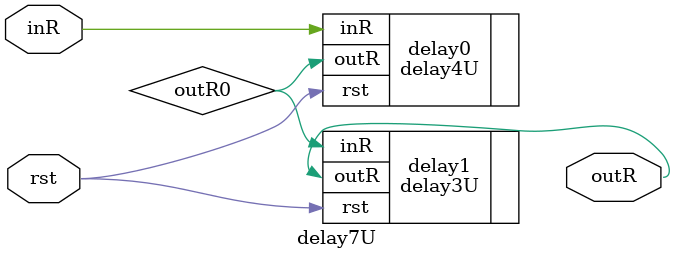
<source format=v>
`timescale 1ns / 1ps


 (*KEEP="TRUE"*)(*dont_touch = "yes"*)(*OPTIMIZE="OFF"*)module delay7U(
    inR, outR, rst
    );
     (*KEEP="TRUE"*)(*dont_touch = "yes"*)(*OPTIMIZE="OFF"*)input inR;
    (*KEEP="TRUE"*)(*dont_touch = "yes"*)(*OPTIMIZE="OFF"*) output outR;
    (*KEEP="TRUE"*)(*dont_touch = "yes"*)(*OPTIMIZE="OFF"*) input rst;
    
     (*KEEP="TRUE"*)(*dont_touch = "yes"*)(*OPTIMIZE="OFF"*)wire outR0;
    (*KEEP="TRUE"*)(*dont_touch = "yes"*)(*OPTIMIZE="OFF"*)delay4U delay0(.inR(inR), .outR(outR0), .rst(rst));
    (*KEEP="TRUE"*)(*dont_touch = "yes"*)(*OPTIMIZE="OFF"*)delay3U delay1(.inR(outR0), .outR(outR), .rst(rst));
    
endmodule

</source>
